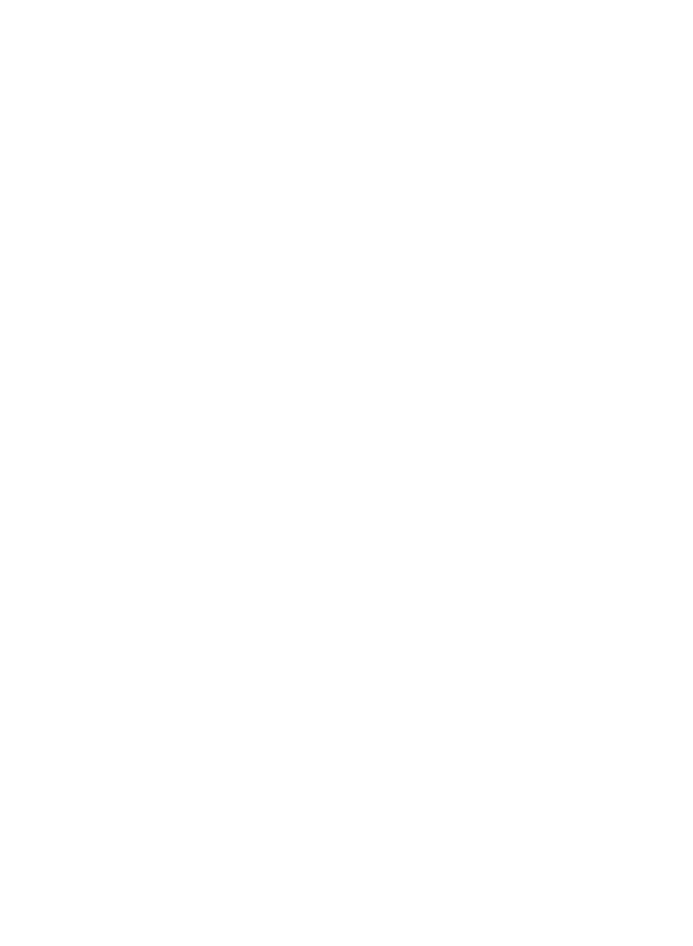
<source format=gtp>
*%FSLAX23Y23*%
*%MOIN*%
G01*
D26*
X9480Y7084D02*
D03*
X9511D02*
D03*
D27*
X9072Y8786D02*
D03*
Y9234D02*
D03*
X9702D02*
D03*
X9734D02*
D03*
X9639D02*
D03*
X9671D02*
D03*
X9608D02*
D03*
X9576D02*
D03*
X9545D02*
D03*
X9513D02*
D03*
X9482D02*
D03*
X9450D02*
D03*
X9419D02*
D03*
X9387D02*
D03*
X9356D02*
D03*
X9324D02*
D03*
X9293D02*
D03*
X9261D02*
D03*
X9230D02*
D03*
X9198D02*
D03*
X9167D02*
D03*
X9135D02*
D03*
X9104D02*
D03*
X9545Y8786D02*
D03*
X9608D02*
D03*
X9293D02*
D03*
X9734D02*
D03*
X9104D02*
D03*
X9482D02*
D03*
X9513D02*
D03*
X9702D02*
D03*
X9639D02*
D03*
X9671D02*
D03*
X9576D02*
D03*
X9450D02*
D03*
X9419D02*
D03*
X9356D02*
D03*
X9387D02*
D03*
X9324D02*
D03*
X9261D02*
D03*
X9230D02*
D03*
X9167D02*
D03*
X9198D02*
D03*
X9135D02*
D03*
X9070Y7084D02*
D03*
Y7532D02*
D03*
X9700D02*
D03*
X9732D02*
D03*
X9637D02*
D03*
X9669D02*
D03*
X9606D02*
D03*
X9574D02*
D03*
X9543D02*
D03*
X9511D02*
D03*
X9480D02*
D03*
X9448D02*
D03*
X9417D02*
D03*
X9385D02*
D03*
X9354D02*
D03*
X9322D02*
D03*
X9291D02*
D03*
X9259D02*
D03*
X9228D02*
D03*
X9196D02*
D03*
X9165D02*
D03*
X9133D02*
D03*
X9102D02*
D03*
X9543Y7084D02*
D03*
X9606D02*
D03*
X9291D02*
D03*
X9732D02*
D03*
X9102D02*
D03*
X9700D02*
D03*
X9637D02*
D03*
X9669D02*
D03*
X9574D02*
D03*
X9448D02*
D03*
X9417D02*
D03*
X9354D02*
D03*
X9385D02*
D03*
X9322D02*
D03*
X9259D02*
D03*
X9228D02*
D03*
X9165D02*
D03*
X9196D02*
D03*
X9133D02*
D03*
X9134Y7934D02*
D03*
X9197D02*
D03*
X9166D02*
D03*
X9229D02*
D03*
X9260D02*
D03*
X9323D02*
D03*
X9386D02*
D03*
X9355D02*
D03*
X9418D02*
D03*
X9449D02*
D03*
X9575D02*
D03*
X9670D02*
D03*
X9638D02*
D03*
X9701D02*
D03*
X9512D02*
D03*
X9481D02*
D03*
X9103D02*
D03*
X9733D02*
D03*
X9292D02*
D03*
X9607D02*
D03*
X9544D02*
D03*
X9103Y8382D02*
D03*
X9134D02*
D03*
X9166D02*
D03*
X9197D02*
D03*
X9229D02*
D03*
X9260D02*
D03*
X9292D02*
D03*
X9323D02*
D03*
X9355D02*
D03*
X9386D02*
D03*
X9418D02*
D03*
X9449D02*
D03*
X9481D02*
D03*
X9512D02*
D03*
X9544D02*
D03*
X9575D02*
D03*
X9607D02*
D03*
X9670D02*
D03*
X9638D02*
D03*
X9733D02*
D03*
X9701D02*
D03*
X9071D02*
D03*
Y7934D02*
D03*
D30*
X9564Y6880D02*
D03*
X9533D02*
D03*
X9501D02*
D03*
X9470D02*
D03*
X9564Y6805D02*
D03*
X9532D02*
D03*
X9501D02*
D03*
X9469D02*
D03*
Y6932D02*
D03*
X9501D02*
D03*
X9532D02*
D03*
X9564D02*
D03*
X9470Y7007D02*
D03*
X9501D02*
D03*
X9533D02*
D03*
X9564D02*
D03*
X9321Y6932D02*
D03*
X9353D02*
D03*
X9384D02*
D03*
X9416D02*
D03*
X9322Y7007D02*
D03*
X9353D02*
D03*
X9385D02*
D03*
X9416D02*
D03*
D32*
X8607Y6389D02*
D03*
X8407Y6524D02*
D03*
X10607D02*
D03*
X10557D02*
D03*
X10507D02*
D03*
X10457D02*
D03*
X10407D02*
D03*
X10357D02*
D03*
X10307D02*
D03*
X10257D02*
D03*
X10207D02*
D03*
X10157D02*
D03*
X10107D02*
D03*
X10057D02*
D03*
X10007D02*
D03*
X9957D02*
D03*
X9907D02*
D03*
X9857D02*
D03*
X9807D02*
D03*
X9757D02*
D03*
X9707D02*
D03*
X9657D02*
D03*
X9607D02*
D03*
X9557D02*
D03*
X9507D02*
D03*
X9457D02*
D03*
X9407D02*
D03*
X9357D02*
D03*
X9307D02*
D03*
X9257D02*
D03*
X9207D02*
D03*
X9157D02*
D03*
X9107D02*
D03*
X9057D02*
D03*
X9007D02*
D03*
X8957D02*
D03*
X8907D02*
D03*
X8857D02*
D03*
X8807D02*
D03*
X8757D02*
D03*
X8707D02*
D03*
X8657D02*
D03*
X8607D02*
D03*
X8557D02*
D03*
X8507D02*
D03*
X8457D02*
D03*
X8407Y6389D02*
D03*
X10607D02*
D03*
X10557D02*
D03*
X10507D02*
D03*
X10457D02*
D03*
X10407D02*
D03*
X10357D02*
D03*
X10307D02*
D03*
X10257D02*
D03*
X10207D02*
D03*
X10157D02*
D03*
X10107D02*
D03*
X10057D02*
D03*
X10007D02*
D03*
X9957D02*
D03*
X9907D02*
D03*
X9857D02*
D03*
X9807D02*
D03*
X9757D02*
D03*
X9707D02*
D03*
X9657D02*
D03*
X9607D02*
D03*
X9557D02*
D03*
X9507D02*
D03*
X9457D02*
D03*
X9407D02*
D03*
X9357D02*
D03*
X9307D02*
D03*
X9257D02*
D03*
X9207D02*
D03*
X9157D02*
D03*
X9107D02*
D03*
X9057D02*
D03*
X9007D02*
D03*
X8957D02*
D03*
X8907D02*
D03*
X8857D02*
D03*
X8807D02*
D03*
X8757D02*
D03*
X8707D02*
D03*
X8657D02*
D03*
X8557D02*
D03*
X8507D02*
D03*
X8457D02*
D03*
D34*
X9540Y9392D02*
D03*
Y9360D02*
D03*
Y9329D02*
D03*
Y9297D02*
D03*
X9615Y9391D02*
D03*
Y9360D02*
D03*
Y9328D02*
D03*
Y9297D02*
D03*
X9488D02*
D03*
Y9328D02*
D03*
Y9360D02*
D03*
Y9391D02*
D03*
X9413Y9297D02*
D03*
Y9329D02*
D03*
Y9360D02*
D03*
Y9392D02*
D03*
X9361Y9297D02*
D03*
Y9328D02*
D03*
Y9360D02*
D03*
Y9391D02*
D03*
X9286Y9297D02*
D03*
Y9329D02*
D03*
Y9360D02*
D03*
Y9392D02*
D03*
X9614Y8629D02*
D03*
Y8660D02*
D03*
Y8692D02*
D03*
Y8723D02*
D03*
X9539Y8629D02*
D03*
Y8661D02*
D03*
Y8692D02*
D03*
Y8724D02*
D03*
X9412D02*
D03*
Y8692D02*
D03*
Y8661D02*
D03*
Y8629D02*
D03*
X9487Y8723D02*
D03*
Y8692D02*
D03*
Y8660D02*
D03*
Y8629D02*
D03*
X9285Y8724D02*
D03*
Y8692D02*
D03*
Y8661D02*
D03*
Y8629D02*
D03*
X9360Y8723D02*
D03*
Y8692D02*
D03*
Y8660D02*
D03*
Y8629D02*
D03*
X9614Y8445D02*
D03*
Y8476D02*
D03*
Y8508D02*
D03*
Y8539D02*
D03*
X9539Y8445D02*
D03*
Y8477D02*
D03*
Y8508D02*
D03*
Y8540D02*
D03*
X9412D02*
D03*
Y8508D02*
D03*
Y8477D02*
D03*
Y8445D02*
D03*
X9487Y8539D02*
D03*
Y8508D02*
D03*
Y8476D02*
D03*
Y8445D02*
D03*
X9285Y8540D02*
D03*
Y8508D02*
D03*
Y8477D02*
D03*
Y8445D02*
D03*
X9360Y8539D02*
D03*
Y8508D02*
D03*
Y8476D02*
D03*
Y8445D02*
D03*
X9538Y7872D02*
D03*
Y7840D02*
D03*
Y7809D02*
D03*
Y7777D02*
D03*
X9613Y7871D02*
D03*
Y7840D02*
D03*
Y7808D02*
D03*
Y7777D02*
D03*
X9486D02*
D03*
Y7808D02*
D03*
Y7840D02*
D03*
Y7871D02*
D03*
X9411Y7777D02*
D03*
Y7809D02*
D03*
Y7840D02*
D03*
Y7872D02*
D03*
X9359Y7777D02*
D03*
Y7808D02*
D03*
Y7840D02*
D03*
Y7871D02*
D03*
X9284Y7777D02*
D03*
Y7809D02*
D03*
Y7840D02*
D03*
Y7872D02*
D03*
X9538Y7690D02*
D03*
Y7658D02*
D03*
Y7627D02*
D03*
Y7595D02*
D03*
X9613Y7689D02*
D03*
Y7658D02*
D03*
Y7626D02*
D03*
Y7595D02*
D03*
X9486D02*
D03*
Y7626D02*
D03*
Y7658D02*
D03*
Y7689D02*
D03*
X9411Y7595D02*
D03*
Y7627D02*
D03*
Y7658D02*
D03*
Y7690D02*
D03*
X9359Y7595D02*
D03*
Y7626D02*
D03*
Y7658D02*
D03*
Y7689D02*
D03*
X9284Y7595D02*
D03*
Y7627D02*
D03*
Y7658D02*
D03*
Y7690D02*
D03*
M02*

</source>
